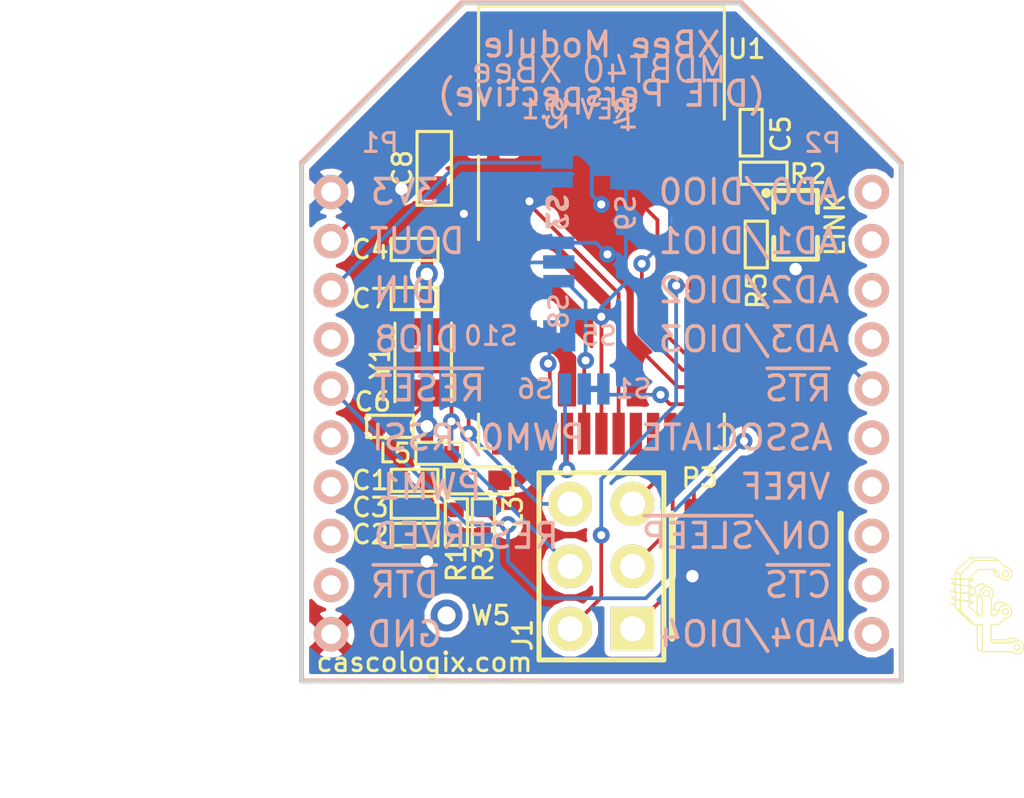
<source format=kicad_pcb>
(kicad_pcb (version 4) (host pcbnew 4.0.4-stable)
  (title_block (title "MDBT40 XBee Module") (date 2016-11-25) (rev 0.1) (company "Casco Logix, LLC"))
  (layers (0 Front signal) (31 Back signal) (34 B.Paste user) (35 F.Paste user) (36 B.SilkS user) (37 F.SilkS user) (38 B.Mask user) (39 F.Mask user) (44 Edge.Cuts user))
  (net 0 "")
  (net 1 GND)
  (net 2 "Net-(P1-Pad6)")
  (net 3 "Net-(P1-Pad8)")
  (net 4 "Net-(P1-Pad4)")
  (net 5 "Net-(P1-Pad7)")
  (net 6 "Net-(P1-Pad9)")
  (net 7 VDD)
  (net 8 "Net-(C5-Pad2)")
  (net 9 "Net-(C6-Pad1)")
  (net 10 "Net-(C7-Pad1)")
  (net 11 "Net-(DS1-PadK)")
  (net 12 P0.05)
  (net 13 P0.04)
  (net 14 SWDCLK)
  (net 15 "Net-(L3-Pad1)")
  (net 16 "Net-(L3-Pad2)")
  (net 17 "Net-(R2-Pad1)")
  (net 18 "Net-(S10-Pad2)")
  (net 19 "Net-(S6-Pad2)")
  (net 20 "Net-(S7-Pad2)")
  (net 21 "Net-(S8-Pad2)")
  (net 22 "Net-(S9-Pad2)")
  (net 23 "Net-(U1-Pad4)")
  (net 24 "Net-(U1-Pad5)")
  (net 25 "Net-(U1-Pad6)")
  (net 26 "Net-(U1-Pad7)")
  (net 27 "Net-(U1-Pad8)")
  (net 28 "Net-(U1-Pad30)")
  (net 29 "Net-(U1-Pad31)")
  (net 30 "Net-(U1-Pad32)")
  (net 31 "Net-(U1-Pad34)")
  (net 32 "Net-(U1-Pad37)")
  (net 33 "Net-(U1-Pad38)")
  (net 34 "Net-(U1-Pad40)")
  (net 35 RXD_HEADER)
  (net 36 RTS_HEADER)
  (net 37 TXD_HEADER)
  (net 38 CTS_HEADER)
  (net 39 /RTS)
  (net 40 /RXD)
  (net 41 /TXD)
  (net 42 /CTS)
  (net 43 VDDA)
  (net 44 SWDIO/RESET)
  (net 45 "Net-(P2-Pad20)")
  (net 46 "Net-(P2-Pad19)")
  (net 47 "Net-(P2-Pad18)")
  (net 48 "Net-(P2-Pad17)")
  (net 49 "Net-(P2-Pad15)")
  (net 50 "Net-(P2-Pad14)")
  (net 51 "Net-(P2-Pad13)")
  (net 52 "Net-(P2-Pad11)")
  (net 53 "Net-(P3-Pad6)")
  (net 54 "Net-(P3-Pad7)")
  (net 55 "Net-(P3-Pad8)")
  (net 56 "Net-(P3-Pad10)")
  (net 57 P0.28)
  (net 58 P0.29)
  (net 59 P0.06)
  (net 60 P0.07)
  (net 61 P0.15)
  (module MDBT40 (layer Front) (at 111.2 86.5)
    (fp_text reference U1 (at 5.908 -7.258) (layer F.SilkS) (effects (font (size 0.762 0.762) (thickness 0.127))))
    (fp_text value MDBT40)
    (pad 1 smd rect (at -5 -4) (size 1.7 0.5) (drill (offset 0.6 0)) (layers Front F.Paste F.Mask) (net 1 GND))
    (pad 2 smd rect (at -5 -3.3) (size 1.7 0.5) (drill (offset 0.6 0)) (layers Front F.Paste F.Mask) (net 1 GND))
    (pad 3 smd rect (at -5 0.9) (size 1.7 0.5) (drill (offset 0.6 0)) (layers Front F.Paste F.Mask) (net 43 VDDA))
    (pad 4 smd rect (at -5 1.6) (size 1.7 0.5) (drill (offset 0.6 0)) (layers Front F.Paste F.Mask) (net 23 "Net-(U1-Pad4)"))
    (pad 5 smd rect (at -5 2.3) (size 1.7 0.5) (drill (offset 0.6 0)) (layers Front F.Paste F.Mask) (net 24 "Net-(U1-Pad5)"))
    (pad 6 smd rect (at -5 3) (size 1.7 0.5) (drill (offset 0.6 0)) (layers Front F.Paste F.Mask) (net 25 "Net-(U1-Pad6)"))
    (pad 7 smd rect (at -5 3.7) (size 1.7 0.5) (drill (offset 0.6 0)) (layers Front F.Paste F.Mask) (net 26 "Net-(U1-Pad7)"))
    (pad 8 smd rect (at -5 4.4) (size 1.7 0.5) (drill (offset 0.6 0)) (layers Front F.Paste F.Mask) (net 27 "Net-(U1-Pad8)"))
    (pad 9 smd rect (at -5 5.1) (size 1.7 0.5) (drill (offset 0.6 0)) (layers Front F.Paste F.Mask) (net 10 "Net-(C7-Pad1)"))
    (pad 10 smd rect (at -5 5.8) (size 1.7 0.5) (drill (offset 0.6 0)) (layers Front F.Paste F.Mask) (net 9 "Net-(C6-Pad1)"))
    (pad 11 smd rect (at -5 6.5) (size 1.7 0.5) (drill (offset 0.6 0)) (layers Front F.Paste F.Mask) (net 57 P0.28))
    (pad 12 smd rect (at -5 7.2) (size 1.7 0.5) (drill (offset 0.6 0)) (layers Front F.Paste F.Mask) (net 58 P0.29))
    (pad 13 smd rect (at -4.2 9 90) (size 1.5 0.5) (drill (offset 0.5 0)) (layers Front F.Paste F.Mask) (net 1 GND))
    (pad 14 smd rect (at -3.5 9 90) (size 1.5 0.5) (drill (offset 0.5 0)) (layers Front F.Paste F.Mask) (net 7 VDD))
    (pad 15 smd rect (at -2.8 9 90) (size 1.7 0.5) (drill (offset 0.6 0)) (layers Front F.Paste F.Mask) (net 16 "Net-(L3-Pad2)"))
    (pad 16 smd rect (at -2.1 9 90) (size 1.7 0.5) (drill (offset 0.6 0)) (layers Front F.Paste F.Mask) (net 18 "Net-(S10-Pad2)"))
    (pad 17 smd rect (at -1.4 9 90) (size 1.7 0.5) (drill (offset 0.6 0)) (layers Front F.Paste F.Mask) (net 19 "Net-(S6-Pad2)"))
    (pad 18 smd rect (at -0.7 9 90) (size 1.7 0.5) (drill (offset 0.6 0)) (layers Front F.Paste F.Mask) (net 21 "Net-(S8-Pad2)"))
    (pad 19 smd rect (at 0 9 90) (size 1.7 0.5) (drill (offset 0.6 0)) (layers Front F.Paste F.Mask) (net 22 "Net-(S9-Pad2)"))
    (pad 20 smd rect (at 0.7 9 90) (size 1.7 0.5) (drill (offset 0.6 0)) (layers Front F.Paste F.Mask) (net 20 "Net-(S7-Pad2)"))
    (pad 21 smd rect (at 1.4 9 90) (size 1.7 0.5) (drill (offset 0.6 0)) (layers Front F.Paste F.Mask) (net 13 P0.04))
    (pad 22 smd rect (at 2.1 9 90) (size 1.7 0.5) (drill (offset 0.6 0)) (layers Front F.Paste F.Mask) (net 12 P0.05))
    (pad 23 smd rect (at 2.8 9 90) (size 1.7 0.5) (drill (offset 0.6 0)) (layers Front F.Paste F.Mask) (net 59 P0.06))
    (pad 24 smd rect (at 3.5 9 90) (size 1.5 0.5) (drill (offset 0.5 0)) (layers Front F.Paste F.Mask) (net 60 P0.07))
    (pad 25 smd rect (at 4.2 9 90) (size 1.5 0.5) (drill (offset 0.5 0)) (layers Front F.Paste F.Mask) (net 1 GND))
    (pad 26 smd rect (at 5 7.2 180) (size 1.7 0.5) (drill (offset 0.6 0)) (layers Front F.Paste F.Mask) (net 39 /RTS))
    (pad 27 smd rect (at 5 6.5 180) (size 1.7 0.5) (drill (offset 0.6 0)) (layers Front F.Paste F.Mask) (net 41 /TXD))
    (pad 28 smd rect (at 5 5.8 180) (size 1.7 0.5) (drill (offset 0.6 0)) (layers Front F.Paste F.Mask) (net 42 /CTS))
    (pad 29 smd rect (at 5 5.1 180) (size 1.7 0.5) (drill (offset 0.6 0)) (layers Front F.Paste F.Mask) (net 40 /RXD))
    (pad 30 smd rect (at 5 4.4 180) (size 1.7 0.5) (drill (offset 0.6 0)) (layers Front F.Paste F.Mask) (net 28 "Net-(U1-Pad30)"))
    (pad 31 smd rect (at 5 3.7 180) (size 1.7 0.5) (drill (offset 0.6 0)) (layers Front F.Paste F.Mask) (net 29 "Net-(U1-Pad31)"))
    (pad 32 smd rect (at 5 3 180) (size 1.7 0.5) (drill (offset 0.6 0)) (layers Front F.Paste F.Mask) (net 30 "Net-(U1-Pad32)"))
    (pad 33 smd rect (at 5 2.3 180) (size 1.7 0.5) (drill (offset 0.6 0)) (layers Front F.Paste F.Mask) (net 61 P0.15))
    (pad 34 smd rect (at 5 1.6 180) (size 1.7 0.5) (drill (offset 0.6 0)) (layers Front F.Paste F.Mask) (net 31 "Net-(U1-Pad34)"))
    (pad 35 smd rect (at 5 0.9 180) (size 1.7 0.5) (drill (offset 0.6 0)) (layers Front F.Paste F.Mask) (net 44 SWDIO/RESET))
    (pad 36 smd rect (at 5 0.2 180) (size 1.7 0.5) (drill (offset 0.6 0)) (layers Front F.Paste F.Mask) (net 14 SWDCLK))
    (pad 37 smd rect (at 5 -0.5 180) (size 1.7 0.5) (drill (offset 0.6 0)) (layers Front F.Paste F.Mask) (net 32 "Net-(U1-Pad37)"))
    (pad 38 smd rect (at 5 -1.2 180) (size 1.7 0.5) (drill (offset 0.6 0)) (layers Front F.Paste F.Mask) (net 33 "Net-(U1-Pad38)"))
    (pad 39 smd rect (at 5 -1.9 180) (size 1.7 0.5) (drill (offset 0.6 0)) (layers Front F.Paste F.Mask) (net 17 "Net-(R2-Pad1)"))
    (pad 40 smd rect (at 5 -2.6 180) (size 1.7 0.5) (drill (offset 0.6 0)) (layers Front F.Paste F.Mask) (net 34 "Net-(U1-Pad40)"))
    (pad 41 smd rect (at 5 -3.3 180) (size 1.7 0.5) (drill (offset 0.6 0)) (layers Front F.Paste F.Mask) (net 8 "Net-(C5-Pad2)"))
    (pad 42 smd rect (at 5 -4 180) (size 1.7 0.5) (drill (offset 0.6 0)) (layers Front F.Paste F.Mask) (net 1 GND))
  )
  (module Active:D0603 (layer Front) (at 119.1 86.4 270)
    (fp_text reference DS1 hide)
    (fp_text value YEL hide)
    (pad K smd rect (at -0.762 0 270) (size 0.635 1.143) (layers Front F.Paste F.Mask) (net 11 "Net-(DS1-PadK)"))
    (pad A smd rect (at 0.762 0 270) (size 0.635 1.143) (layers Front F.Paste F.Mask) (net 7 VDD))
  )
  (module Passive:XTAL_3.2MM_1.5MM_SMT (layer Front) (at 103.9 92 270)
    (fp_text reference Y1 (at 0 1.7 450) (layer F.SilkS) (effects (font (size 0.762 0.762) (thickness 0.127))))
    (fp_text value 32.768k)
    (pad 1 smd rect (at -1.25 0 270) (size 1.1 1.9) (layers Front F.Paste F.Mask) (net 10 "Net-(C7-Pad1)"))
    (pad 2 smd rect (at 1.25 0 270) (size 1.1 1.9) (layers Front F.Paste F.Mask) (net 9 "Net-(C6-Pad1)"))
  )
  (module Passive:SOLDER_LINK_50MIL_50MIL_NO (layer Back) (at 108.703 90.919)
    (fp_text reference S10 (at -2 0) (layer B.SilkS) (effects (font (size 0.762 0.762) (thickness 0.127)) (justify mirror)))
    (fp_text value SOLDER_LINK_NO hide)
    (pad 1 smd rect (at -0.381 0) (size 0.508 1.27) (layers Back B.Mask) (net 7 VDD))
    (pad 2 smd rect (at 0.381 0) (size 0.508 1.27) (layers Back B.Mask) (net 18 "Net-(S10-Pad2)"))
  )
  (module Passive:SOLDER_LINK_50MIL_50MIL_NO (layer Back) (at 112.1925 84.3115 270)
    (fp_text reference S9 (at 1.6 0 270) (layer B.SilkS) (effects (font (size 0.762 0.762) (thickness 0.127)) (justify mirror)))
    (fp_text value SOLDER_LINK_NO hide)
    (pad 1 smd rect (at -0.381 0 270) (size 0.508 1.27) (layers Back B.Mask) (net 38 CTS_HEADER))
    (pad 2 smd rect (at 0.381 0 270) (size 0.508 1.27) (layers Back B.Mask) (net 22 "Net-(S9-Pad2)"))
  )
  (module Passive:SOLDER_LINK_50MIL_50MIL_NO (layer Back) (at 109.467 88.312 270)
    (fp_text reference S8 (at 1.6 0 270) (layer B.SilkS) (effects (font (size 0.762 0.762) (thickness 0.127)) (justify mirror)))
    (fp_text value SOLDER_LINK_NO hide)
    (pad 1 smd rect (at -0.381 0 270) (size 0.508 1.27) (layers Back B.Mask) (net 37 TXD_HEADER))
    (pad 2 smd rect (at 0.381 0 270) (size 0.508 1.27) (layers Back B.Mask) (net 21 "Net-(S8-Pad2)"))
  )
  (module Passive:SOLDER_LINK_50MIL_50MIL_NO (layer Back) (at 109.399 84.248 270)
    (fp_text reference S7 (at 1.6 0 270) (layer B.SilkS) (effects (font (size 0.762 0.762) (thickness 0.127)) (justify mirror)))
    (fp_text value SOLDER_LINK_NO hide)
    (pad 1 smd rect (at -0.381 0 270) (size 0.508 1.27) (layers Back B.Mask) (net 35 RXD_HEADER))
    (pad 2 smd rect (at 0.381 0 270) (size 0.508 1.27) (layers Back B.Mask) (net 20 "Net-(S7-Pad2)"))
  )
  (module Passive:SOLDER_LINK_50MIL_50MIL_NO (layer Back) (at 110.1 93.079 180)
    (fp_text reference S6 (at 1.6 0 180) (layer B.SilkS) (effects (font (size 0.762 0.762) (thickness 0.127)) (justify mirror)))
    (fp_text value SOLDER_LINK_NO hide)
    (pad 1 smd rect (at -0.381 0 180) (size 0.508 1.27) (layers Back B.Mask) (net 36 RTS_HEADER))
    (pad 2 smd rect (at 0.381 0 180) (size 0.508 1.27) (layers Back B.Mask) (net 19 "Net-(S6-Pad2)"))
  )
  (module Passive:SOLDER_LINK_50MIL_50MIL_NC (layer Back) (at 109.503 90.919 180)
    (fp_text reference S5 (at -1.6 0 180) (layer B.SilkS) (effects (font (size 0.762 0.762) (thickness 0.127)) (justify mirror)))
    (fp_text value SOLDER_LINK_NC hide)
    (fp_line (start -0.254 0) (end 0.254 0) (layer Back) (width 0.254))
    (pad 1 smd rect (at -0.381 0 180) (size 0.508 1.27) (layers Back B.Mask) (net 1 GND))
    (pad 2 smd rect (at 0.381 0 180) (size 0.508 1.27) (layers Back B.Mask) (net 18 "Net-(S10-Pad2)"))
  )
  (module Passive:SOLDER_LINK_50MIL_50MIL_NC (layer Back) (at 112.1925 83.5115 90)
    (fp_text reference S4 (at 1.6 0 90) (layer B.SilkS) (effects (font (size 0.762 0.762) (thickness 0.127)) (justify mirror)))
    (fp_text value SOLDER_LINK_NC hide)
    (fp_line (start -0.254 0) (end 0.254 0) (layer Back) (width 0.254))
    (pad 1 smd rect (at -0.381 0 90) (size 0.508 1.27) (layers Back B.Mask) (net 38 CTS_HEADER))
    (pad 2 smd rect (at 0.381 0 90) (size 0.508 1.27) (layers Back B.Mask) (net 42 /CTS))
  )
  (module Passive:SOLDER_LINK_50MIL_50MIL_NC (layer Back) (at 109.467 87.512 90)
    (fp_text reference S3 (at 1.6 0 90) (layer B.SilkS) (effects (font (size 0.762 0.762) (thickness 0.127)) (justify mirror)))
    (fp_text value SOLDER_LINK_NC hide)
    (fp_line (start -0.254 0) (end 0.254 0) (layer Back) (width 0.254))
    (pad 1 smd rect (at -0.381 0 90) (size 0.508 1.27) (layers Back B.Mask) (net 37 TXD_HEADER))
    (pad 2 smd rect (at 0.381 0 90) (size 0.508 1.27) (layers Back B.Mask) (net 41 /TXD))
  )
  (module Passive:SOLDER_LINK_50MIL_50MIL_NC (layer Back) (at 109.399 83.448 90)
    (fp_text reference S2 (at 1.6 0 90) (layer B.SilkS) (effects (font (size 0.762 0.762) (thickness 0.127)) (justify mirror)))
    (fp_text value SOLDER_LINK_NC hide)
    (fp_line (start -0.254 0) (end 0.254 0) (layer Back) (width 0.254))
    (pad 1 smd rect (at -0.381 0 90) (size 0.508 1.27) (layers Back B.Mask) (net 35 RXD_HEADER))
    (pad 2 smd rect (at 0.381 0 90) (size 0.508 1.27) (layers Back B.Mask) (net 40 /RXD))
  )
  (module Passive:SOLDER_LINK_50MIL_50MIL_NC (layer Back) (at 110.9 93.079)
    (fp_text reference S1 (at 1.6 0) (layer B.SilkS) (effects (font (size 0.762 0.762) (thickness 0.127)) (justify mirror)))
    (fp_text value SOLDER_LINK_NC hide)
    (fp_line (start -0.254 0) (end 0.254 0) (layer Back) (width 0.254))
    (pad 1 smd rect (at -0.381 0) (size 0.508 1.27) (layers Back B.Mask) (net 36 RTS_HEADER))
    (pad 2 smd rect (at 0.381 0) (size 0.508 1.27) (layers Back B.Mask) (net 39 /RTS))
  )
  (module Header:HEADER_XBEE_P11_P20_ALT3 (layer Back) (at 122.2 93.062 180)
    (fp_text reference P2 (at 2 10 180) (layer B.SilkS) (effects (font (size 0.762 0.762) (thickness 0.127)) (justify mirror)))
    (fp_text value HEADER_M_XBEE_P11-P20_PTH_DTE hide)
    (fp_text user AD0/DIO0 (at 5 8 180) (layer B.SilkS) (effects (justify mirror)))
    (fp_text user AD1/DIO1 (at 5 6 180) (layer B.SilkS) (effects (justify mirror)))
    (fp_text user AD2/DIO2 (at 5 4 180) (layer B.SilkS) (effects (justify mirror)))
    (fp_text user AD3/DIO3 (at 5 2 180) (layer B.SilkS) (effects (justify mirror)))
    (fp_text user ~RTS (at 3 0 180) (layer B.SilkS) (effects (justify mirror)))
    (fp_text user ASSOCIATE (at 5.5 -2 180) (layer B.SilkS) (effects (justify mirror)))
    (fp_text user VREF (at 3.5 -4 180) (layer B.SilkS) (effects (justify mirror)))
    (fp_text user ON/~SLEEP (at 5.5 -6 180) (layer B.SilkS) (effects (justify mirror)))
    (fp_text user ~CTS (at 3 -8 180) (layer B.SilkS) (effects (justify mirror)))
    (fp_text user AD4/DIO4 (at 5 -10 180) (layer B.SilkS) (effects (justify mirror)))
    (pad 20 thru_hole circle (at 0 8) (size 1.4 1.4) (drill 0.8) (layers *.Cu *.Mask B.SilkS) (net 45 "Net-(P2-Pad20)"))
    (pad 19 thru_hole circle (at 0 6) (size 1.4 1.4) (drill 0.8) (layers *.Cu *.Mask B.SilkS) (net 46 "Net-(P2-Pad19)"))
    (pad 18 thru_hole circle (at 0 4) (size 1.4 1.4) (drill 0.8) (layers *.Cu *.Mask B.SilkS) (net 47 "Net-(P2-Pad18)"))
    (pad 17 thru_hole circle (at 0 2) (size 1.4 1.4) (drill 0.8) (layers *.Cu *.Mask B.SilkS) (net 48 "Net-(P2-Pad17)"))
    (pad 16 thru_hole circle (at 0 0) (size 1.4 1.4) (drill 0.8) (layers *.Cu *.Mask B.SilkS) (net 38 CTS_HEADER))
    (pad 15 thru_hole circle (at 0 -2) (size 1.4 1.4) (drill 0.8) (layers *.Cu *.Mask B.SilkS) (net 49 "Net-(P2-Pad15)"))
    (pad 14 thru_hole circle (at 0 -4) (size 1.4 1.4) (drill 0.8) (layers *.Cu *.Mask B.SilkS) (net 50 "Net-(P2-Pad14)"))
    (pad 13 thru_hole circle (at 0 -6) (size 1.4 1.4) (drill 0.8) (layers *.Cu *.Mask B.SilkS) (net 51 "Net-(P2-Pad13)"))
    (pad 12 thru_hole circle (at 0 -8) (size 1.4 1.4) (drill 0.8) (layers *.Cu *.Mask B.SilkS) (net 36 RTS_HEADER))
    (pad 11 thru_hole circle (at 0 -10) (size 1.4 1.4) (drill 0.8) (layers *.Cu *.Mask B.SilkS) (net 52 "Net-(P2-Pad11)"))
  )
  (module Header:HEADER_M_1.27MM_2R10P_ST_AU_SMT (layer Front) (at 117.5 100.7)
    (fp_text reference P3 (at -2.3 -4 180) (layer F.SilkS) (effects (font (size 0.762 0.762) (thickness 0.127))))
    (fp_text value JTAG hide)
    (pad 1 smd rect (at -2.54 1.95) (size 0.76 2.4) (layers Front F.Paste F.Mask) (net 7 VDD))
    (pad 2 smd rect (at -2.54 -1.95) (size 0.76 2.4) (layers Front F.Paste F.Mask) (net 44 SWDIO/RESET))
    (pad 3 smd rect (at -1.27 1.95) (size 0.76 2.4) (layers Front F.Paste F.Mask) (net 1 GND))
    (pad 4 smd rect (at -1.27 -1.95) (size 0.76 2.4) (layers Front F.Paste F.Mask) (net 14 SWDCLK))
    (pad 5 smd rect (at 0 1.95) (size 0.76 2.4) (layers Front F.Paste F.Mask) (net 1 GND))
    (pad 6 smd rect (at 0 -1.95) (size 0.76 2.4) (layers Front F.Paste F.Mask) (net 53 "Net-(P3-Pad6)"))
    (pad 7 smd rect (at 1.27 1.95) (size 0.76 2.4) (layers Front F.Paste F.Mask) (net 54 "Net-(P3-Pad7)"))
    (pad 8 smd rect (at 1.27 -1.95) (size 0.76 2.4) (layers Front F.Paste F.Mask) (net 55 "Net-(P3-Pad8)"))
    (pad 9 smd rect (at 2.54 1.95) (size 0.76 2.4) (layers Front F.Paste F.Mask) (net 1 GND))
    (pad 10 smd rect (at 2.54 -1.95) (size 0.76 2.4) (layers Front F.Paste F.Mask) (net 56 "Net-(P3-Pad10)"))
  )
  (module Passive:R0402 (layer Front) (at 106.4 98.5 90)
    (fp_text reference R3 (at -1.7 0 270) (layer F.SilkS) (effects (font (size 0.762 0.762) (thickness 0.127))))
    (fp_text value 12k hide)
    (pad 1 smd rect (at -0.5 0 90) (size 0.6 0.6) (layers Front F.Paste F.Mask) (net 7 VDD))
    (pad 2 smd rect (at 0.5 0 90) (size 0.6 0.6) (layers Front F.Paste F.Mask) (net 44 SWDIO/RESET))
  )
  (module Header:HEADER_XBEE_P1_P10_ALT3 (layer Back) (at 111.2 93.062 180)
    (fp_text reference P1 (at 9 10 180) (layer B.SilkS) (effects (font (size 0.762 0.762) (thickness 0.127)) (justify mirror)))
    (fp_text value "XBEE MODULE PINS" hide)
    (fp_text user "(DTE Perspective)" (at 0 12 180) (layer B.SilkS) (effects (justify mirror)))
    (fp_text user 3V3 (at 8 8 180) (layer B.SilkS) (effects (justify mirror)))
    (fp_text user "XBee Module" (at 0 14 180) (layer B.SilkS) (effects (justify mirror)))
    (fp_text user DOUT (at 7.5 6 180) (layer B.SilkS) (effects (justify mirror)))
    (fp_text user DIN (at 8 4 180) (layer B.SilkS) (effects (justify mirror)))
    (fp_text user DIO8 (at 7.5 2 180) (layer B.SilkS) (effects (justify mirror)))
    (fp_text user ~RESET (at 7 0 180) (layer B.SilkS) (effects (justify mirror)))
    (fp_text user PWM0/RSSI (at 5 -2 180) (layer B.SilkS) (effects (justify mirror)))
    (fp_text user PWM1 (at 7 -4 180) (layer B.SilkS) (effects (justify mirror)))
    (fp_text user RESERVED (at 5.5 -6 180) (layer B.SilkS) (effects (justify mirror)))
    (fp_text user ~DTR (at 8 -8 180) (layer B.SilkS) (effects (justify mirror)))
    (fp_text user GND (at 8 -10 180) (layer B.SilkS) (effects (justify mirror)))
    (pad 10 thru_hole circle (at 11 -10) (size 1.4 1.4) (drill 0.8) (layers *.Cu *.Mask B.SilkS) (net 1 GND))
    (pad 9 thru_hole circle (at 11 -8) (size 1.4 1.4) (drill 0.8) (layers *.Cu *.Mask B.SilkS) (net 6 "Net-(P1-Pad9)"))
    (pad 8 thru_hole circle (at 11 -6) (size 1.4 1.4) (drill 0.8) (layers *.Cu *.Mask B.SilkS) (net 3 "Net-(P1-Pad8)"))
    (pad 7 thru_hole circle (at 11 -4) (size 1.4 1.4) (drill 0.8) (layers *.Cu *.Mask B.SilkS) (net 5 "Net-(P1-Pad7)"))
    (pad 6 thru_hole circle (at 11 -2) (size 1.4 1.4) (drill 0.8) (layers *.Cu *.Mask B.SilkS) (net 2 "Net-(P1-Pad6)"))
    (pad 5 thru_hole circle (at 11 0) (size 1.4 1.4) (drill 0.8) (layers *.Cu *.Mask B.SilkS) (net 44 SWDIO/RESET))
    (pad 4 thru_hole circle (at 11 2) (size 1.4 1.4) (drill 0.8) (layers *.Cu *.Mask B.SilkS) (net 4 "Net-(P1-Pad4)"))
    (pad 3 thru_hole circle (at 11 4) (size 1.4 1.4) (drill 0.8) (layers *.Cu *.Mask B.SilkS) (net 35 RXD_HEADER))
    (pad 2 thru_hole circle (at 11 6) (size 1.4 1.4) (drill 0.8) (layers *.Cu *.Mask B.SilkS) (net 37 TXD_HEADER))
    (pad 1 thru_hole circle (at 11 8) (size 1.4 1.4) (drill 0.8) (layers *.Cu *.Mask B.SilkS) (net 7 VDD))
  )
  (module Wire_to_Board:WIRE_PAD_24AWG (layer Front) (at 104.9 102.3)
    (fp_text reference W5 (at 1.8 0) (layer F.SilkS) (effects (font (size 0.762 0.762) (thickness 0.127))))
    (fp_text value WIRE_PAD_24AWG hide)
    (pad 1 thru_hole circle (at 0 0) (size 1.2954 1.2954) (drill 0.7366) (layers *.Cu *.Mask) (net 13 P0.04))
  )
  (module Header:HEADER_F_100MIL_2R6P_ST_GOLD_PTH (layer Front) (at 111.2 100.3 90)
    (fp_text reference J1 (at -2.8 -3.2 90) (layer F.SilkS) (effects (font (size 0.762 0.762) (thickness 0.127))))
    (fp_text value "TEST POINTS" hide)
    (pad 1 thru_hole rect (at -2.54 1.27 90) (size 1.778 1.778) (drill 1.016) (layers *.Cu *.Mask F.SilkS) (net 60 P0.07))
    (pad 2 thru_hole circle (at -2.54 -1.27 90) (size 1.778 1.778) (drill 1.016) (layers *.Cu *.Mask F.SilkS) (net 61 P0.15))
    (pad 3 thru_hole circle (at 0 1.27 90) (size 1.778 1.778) (drill 1.016) (layers *.Cu *.Mask F.SilkS) (net 59 P0.06))
    (pad 4 thru_hole circle (at 0 -1.27 90) (size 1.778 1.778) (drill 1.016) (layers *.Cu *.Mask F.SilkS) (net 57 P0.28))
    (pad 5 thru_hole circle (at 2.54 1.27 90) (size 1.778 1.778) (drill 1.016) (layers *.Cu *.Mask F.SilkS) (net 12 P0.05))
    (pad 6 thru_hole circle (at 2.54 -1.27 90) (size 1.778 1.778) (drill 1.016) (layers *.Cu *.Mask F.SilkS) (net 58 P0.29))
  )
  (module Passive:C0402 (layer Front) (at 103.6 96.8 180)
    (fp_text reference C1 (at 1.8 0 180) (layer F.SilkS) (effects (font (size 0.762 0.762) (thickness 0.127))))
    (fp_text value 1uF hide)
    (pad 1 smd rect (at -0.5 0 180) (size 0.6 0.6) (layers Front F.Paste F.Mask) (net 43 VDDA))
    (pad 2 smd rect (at 0.5 0 180) (size 0.6 0.6) (layers Front F.Paste F.Mask) (net 1 GND))
  )
  (module Passive:C0402 (layer Front) (at 103.6 99 180)
    (fp_text reference C2 (at 1.8 0 180) (layer F.SilkS) (effects (font (size 0.762 0.762) (thickness 0.127))))
    (fp_text value 1uF hide)
    (pad 1 smd rect (at -0.5 0 180) (size 0.6 0.6) (layers Front F.Paste F.Mask) (net 7 VDD))
    (pad 2 smd rect (at 0.5 0 180) (size 0.6 0.6) (layers Front F.Paste F.Mask) (net 1 GND))
  )
  (module Passive:C0402 (layer Front) (at 103.6 97.9 180)
    (fp_text reference C3 (at 1.8 0 180) (layer F.SilkS) (effects (font (size 0.762 0.762) (thickness 0.127))))
    (fp_text value 100pF hide)
    (pad 1 smd rect (at -0.5 0 180) (size 0.6 0.6) (layers Front F.Paste F.Mask) (net 43 VDDA))
    (pad 2 smd rect (at 0.5 0 180) (size 0.6 0.6) (layers Front F.Paste F.Mask) (net 1 GND))
  )
  (module Passive:C0402 (layer Front) (at 103.6 87.4)
    (fp_text reference C4 (at -1.8 0) (layer F.SilkS) (effects (font (size 0.762 0.762) (thickness 0.127))))
    (fp_text value 0.1uF hide)
    (pad 1 smd rect (at -0.5 0) (size 0.6 0.6) (layers Front F.Paste F.Mask) (net 1 GND))
    (pad 2 smd rect (at 0.5 0) (size 0.6 0.6) (layers Front F.Paste F.Mask) (net 43 VDDA))
  )
  (module Passive:C0402 (layer Front) (at 117.288 82.648 270)
    (fp_text reference C5 (at 0.052 -1.212 270) (layer F.SilkS) (effects (font (size 0.762 0.762) (thickness 0.127))))
    (fp_text value 47nF hide)
    (pad 1 smd rect (at -0.5 0 270) (size 0.6 0.6) (layers Front F.Paste F.Mask) (net 1 GND))
    (pad 2 smd rect (at 0.5 0 270) (size 0.6 0.6) (layers Front F.Paste F.Mask) (net 8 "Net-(C5-Pad2)"))
  )
  (module Passive:C0402 (layer Front) (at 102.6 94.6 180)
    (fp_text reference C6 (at 0.7 1 180) (layer F.SilkS) (effects (font (size 0.762 0.762) (thickness 0.127))))
    (fp_text value 15pF hide)
    (pad 1 smd rect (at -0.5 0 180) (size 0.6 0.6) (layers Front F.Paste F.Mask) (net 9 "Net-(C6-Pad1)"))
    (pad 2 smd rect (at 0.5 0 180) (size 0.6 0.6) (layers Front F.Paste F.Mask) (net 1 GND))
  )
  (module Passive:C0402 (layer Front) (at 103.6 89.4 180)
    (fp_text reference C7 (at 1.8 0 180) (layer F.SilkS) (effects (font (size 0.762 0.762) (thickness 0.127))))
    (fp_text value 15pF hide)
    (pad 1 smd rect (at -0.5 0 180) (size 0.6 0.6) (layers Front F.Paste F.Mask) (net 10 "Net-(C7-Pad1)"))
    (pad 2 smd rect (at 0.5 0 180) (size 0.6 0.6) (layers Front F.Paste F.Mask) (net 1 GND))
  )
  (module Passive:C0603 (layer Front) (at 104.4 84.1 90)
    (fp_text reference C8 (at 0 -1.3 90) (layer F.SilkS) (effects (font (size 0.762 0.762) (thickness 0.127))))
    (fp_text value 22uF)
    (pad 1 smd rect (at -0.8 0 90) (size 0.95 1) (layers Front F.Paste F.Mask) (net 7 VDD))
    (pad 2 smd rect (at 0.8 0 90) (size 0.95 1) (layers Front F.Paste F.Mask) (net 1 GND))
  )
  (module Passive:L0603 (layer Front) (at 106.2 96.8)
    (fp_text reference L3 (at 1.4 1.3 90) (layer F.SilkS) (effects (font (size 0.762 0.762) (thickness 0.127))))
    (fp_text value 10uH hide)
    (pad 1 smd rect (at -0.825 0) (size 0.85 0.8) (layers Front F.Paste F.Mask) (net 15 "Net-(L3-Pad1)"))
    (pad 2 smd rect (at 0.825 0) (size 0.85 0.8) (layers Front F.Paste F.Mask) (net 16 "Net-(L3-Pad2)"))
  )
  (module Passive:L0402 (layer Front) (at 104.6 95.7)
    (fp_text reference L5 (at -1.8 0) (layer F.SilkS) (effects (font (size 0.762 0.762) (thickness 0.127))))
    (fp_text value 15nH hide)
    (pad 1 smd rect (at -0.5 0) (size 0.6 0.6) (layers Front F.Paste F.Mask) (net 43 VDDA))
    (pad 2 smd rect (at 0.5 0) (size 0.6 0.6) (layers Front F.Paste F.Mask) (net 15 "Net-(L3-Pad1)"))
  )
  (module Passive:R0402 (layer Front) (at 105.3 98.5 90)
    (fp_text reference R1 (at -1.7 0 90) (layer F.SilkS) (effects (font (size 0.762 0.762) (thickness 0.127))))
    (fp_text value 0 hide)
    (pad 1 smd rect (at -0.5 0 90) (size 0.6 0.6) (layers Front F.Paste F.Mask) (net 7 VDD))
    (pad 2 smd rect (at 0.5 0 90) (size 0.6 0.6) (layers Front F.Paste F.Mask) (net 43 VDDA))
  )
  (module Passive:R0402 (layer Front) (at 117.8 84.3)
    (fp_text reference R2 (at 1.804 0.028) (layer F.SilkS) (effects (font (size 0.762 0.762) (thickness 0.127))))
    (fp_text value 4.7k hide)
    (pad 1 smd rect (at -0.5 0) (size 0.6 0.6) (layers Front F.Paste F.Mask) (net 17 "Net-(R2-Pad1)"))
    (pad 2 smd rect (at 0.5 0) (size 0.6 0.6) (layers Front F.Paste F.Mask) (net 11 "Net-(DS1-PadK)"))
  )
  (module Passive:R0402 (layer Front) (at 117.5 87.2 270)
    (fp_text reference R5 (at 1.88 -0.012 270) (layer F.SilkS) (effects (font (size 0.762 0.762) (thickness 0.127))))
    (fp_text value 12k hide)
    (pad 1 smd rect (at -0.5 0 270) (size 0.6 0.6) (layers Front F.Paste F.Mask) (net 14 SWDCLK))
    (pad 2 smd rect (at 0.5 0 270) (size 0.6 0.6) (layers Front F.Paste F.Mask) (net 1 GND))
  )
  (module Logo:Casco_Logix_Logo_4x4MM (layer Front) (at 126.9 101.9)
    (fp_text reference G*** hide)
    (fp_text value LOGO hide)
  )
  (gr_text cascologix.com (at 104 104.2) (layer F.SilkS) (effects (font (size 0.762 0.762) (thickness 0.127))))
  (gr_text "REV 0.1" (at 110.2 81.7) (layer B.SilkS) (effects (font (size 0.762 0.762) (thickness 0.127)) (justify mirror)))
  (gr_text LINK (at 120.7 86.4 90) (layer F.SilkS) (effects (font (size 0.762 0.762) (thickness 0.127))))
  (gr_text "MDBT40 XBee" (at 111.1 80.1) (layer B.SilkS) (effects (font (size 1.016 1.016) (thickness 0.127)) (justify mirror)))
  (gr_line (start 116.8 77.4) (end 105.6 77.4) (angle 90) (layer Edge.Cuts) (width 0.127))
  (gr_line (start 123.4 84) (end 116.8 77.4) (angle 90) (layer Edge.Cuts) (width 0.127))
  (gr_line (start 99 84) (end 105.6 77.4) (angle 90) (layer Edge.Cuts) (width 0.127))
  (gr_line (start 99 105) (end 99 84) (angle 90) (layer Edge.Cuts) (width 0.127))
  (gr_line (start 123.4 105) (end 123.4 84) (angle 90) (layer Edge.Cuts) (width 0.127))
  (gr_line (start 99 105) (end 123.4 105) (angle 90) (layer Edge.Cuts) (width 0.127))
  (segment (start 116.2 82.5) (end 116.552 82.148) (width 0.254) (layer Front) (net 1))
  (segment (start 116.552 82.148) (end 117.288 82.148) (width 0.254) (layer Front) (net 1))
  (segment (start 104.4 84.9) (end 103.098 84.9) (width 0.508) (layer Front) (net 7))
  (via (at 103.064 84.934) (size 0.889) (drill 0.508) (layers Front Back) (net 7))
  (segment (start 103.098 84.9) (end 103.064 84.934) (width 0.508) (layer Front) (net 7))
  (segment (start 119.1 87.162) (end 119.1 88.2) (width 0.2032) (layer Front) (net 7))
  (via (at 119.1 88.2) (size 0.889) (drill 0.508) (layers Front Back) (net 7))
  (segment (start 104.1 99) (end 104.1 100.1) (width 0.508) (layer Front) (net 7))
  (via (at 104.1 100.1) (size 0.889) (drill 0.508) (layers Front Back) (net 7))
  (segment (start 114.96 102.65) (end 114.9 102.59) (width 0.508) (layer Front) (net 7))
  (segment (start 114.9 102.59) (end 114.9 100.7) (width 0.508) (layer Front) (net 7))
  (via (at 114.9 100.7) (size 0.889) (drill 0.508) (layers Front Back) (net 7))
  (segment (start 106.4 99) (end 105.3 99) (width 0.508) (layer Front) (net 7))
  (segment (start 105.3 99) (end 104.1 99) (width 0.508) (layer Front) (net 7))
  (segment (start 117.288 83.148) (end 116.252 83.148) (width 0.254) (layer Front) (net 8))
  (segment (start 116.252 83.148) (end 116.2 83.2) (width 0.254) (layer Front) (net 8))
  (segment (start 103.1 94.6) (end 103.9 93.8) (width 0.1524) (layer Front) (net 9))
  (segment (start 103.9 93.8) (end 103.9 93.25) (width 0.1524) (layer Front) (net 9))
  (segment (start 103.9 93.25) (end 104.1 93.45) (width 0.1524) (layer Front) (net 9))
  (segment (start 106.2 92.3) (end 105.8 92.3) (width 0.1524) (layer Front) (net 9))
  (segment (start 104.9 93.2) (end 103.95 93.2) (width 0.1524) (layer Front) (net 9))
  (segment (start 105.8 92.3) (end 104.9 93.2) (width 0.1524) (layer Front) (net 9))
  (segment (start 103.95 93.2) (end 103.9 93.25) (width 0.1524) (layer Front) (net 9))
  (segment (start 106.2 91.6) (end 105.8 91.6) (width 0.1524) (layer Front) (net 10))
  (segment (start 104.95 90.75) (end 103.9 90.75) (width 0.1524) (layer Front) (net 10))
  (segment (start 105.8 91.6) (end 104.95 90.75) (width 0.1524) (layer Front) (net 10))
  (segment (start 104.1 89.4) (end 104.1 90.55) (width 0.1524) (layer Front) (net 10))
  (segment (start 104.1 90.55) (end 103.9 90.75) (width 0.1524) (layer Front) (net 10))
  (segment (start 118.3 84.3) (end 119.1 85.1) (width 0.1524) (layer Front) (net 11))
  (segment (start 119.1 85.1) (end 119.1 85.638) (width 0.1524) (layer Front) (net 11))
  (segment (start 113.3 95.5) (end 113.3 96.93) (width 0.1524) (layer Front) (net 12))
  (segment (start 113.3 96.93) (end 112.47 97.76) (width 0.1524) (layer Front) (net 12))
  (segment (start 117.5 86.7) (end 116.2 86.7) (width 0.1524) (layer Front) (net 14))
  (segment (start 105.1 95.7) (end 105.1 96.525) (width 0.508) (layer Front) (net 15))
  (segment (start 105.1 96.525) (end 105.375 96.8) (width 0.508) (layer Front) (net 15))
  (segment (start 105.2 96.8) (end 105.375 96.8) (width 0.1524) (layer Front) (net 15))
  (segment (start 108.4 95.5) (end 108.4 96.2) (width 0.254) (layer Front) (net 16))
  (segment (start 107.8 96.8) (end 108.4 96.2) (width 0.508) (layer Front) (net 16))
  (segment (start 107.8 96.8) (end 107.025 96.8) (width 0.508) (layer Front) (net 16))
  (segment (start 116.2 84.6) (end 117 84.6) (width 0.1524) (layer Front) (net 17))
  (segment (start 117 84.6) (end 117.3 84.3) (width 0.1524) (layer Front) (net 17))
  (segment (start 109.1 92.367) (end 109.1 92.113) (width 0.1524) (layer Front) (net 18))
  (segment (start 109.1 95.5) (end 109.1 92.367) (width 0.1524) (layer Front) (net 18))
  (segment (start 109.084 91.995) (end 109.084 90.919) (width 0.1524) (layer Back) (net 18))
  (segment (start 109.033 92.046) (end 109.084 91.995) (width 0.1524) (layer Back) (net 18))
  (via (at 109.033 92.046) (size 0.6858) (drill 0.3302) (layers Front Back) (net 18))
  (segment (start 109.1 92.113) (end 109.033 92.046) (width 0.1524) (layer Front) (net 18))
  (segment (start 109.719 93.079) (end 109.719 96.288) (width 0.1524) (layer Back) (net 19))
  (segment (start 109.8 96.359) (end 109.8 95.5) (width 0.1524) (layer Front) (net 19))
  (segment (start 109.795 96.364) (end 109.8 96.359) (width 0.1524) (layer Front) (net 19))
  (via (at 109.795 96.364) (size 0.6858) (drill 0.3302) (layers Front Back) (net 19))
  (segment (start 109.719 96.288) (end 109.795 96.364) (width 0.1524) (layer Back) (net 19))
  (segment (start 109.399 84.629) (end 109.084 84.629) (width 0.1524) (layer Back) (net 20))
  (segment (start 109.084 84.629) (end 108.271 85.442) (width 0.1524) (layer Back) (net 20))
  (via (at 108.271 85.442) (size 0.6858) (drill 0.3302) (layers Front Back) (net 20))
  (segment (start 108.271 85.442) (end 108.271 85.569) (width 0.1524) (layer Front) (net 20))
  (segment (start 108.271 85.569) (end 108.906 86.204) (width 0.1524) (layer Front) (net 20))
  (segment (start 108.906 86.204) (end 111.9 89.198) (width 0.1524) (layer Front) (net 20))
  (segment (start 111.9 89.198) (end 111.9 95.5) (width 0.1524) (layer Front) (net 20))
  (segment (start 109.467 88.693) (end 109.744 88.693) (width 0.1524) (layer Back) (net 21))
  (segment (start 109.744 88.693) (end 110.557 89.506) (width 0.1524) (layer Back) (net 21))
  (segment (start 110.557 89.506) (end 110.557 91.919) (width 0.1524) (layer Back) (net 21))
  (via (at 110.557 91.919) (size 0.6858) (drill 0.3302) (layers Front Back) (net 21))
  (segment (start 110.557 91.919) (end 110.5 91.919) (width 0.1524) (layer Front) (net 21))
  (segment (start 110.5 91.919) (end 110.557 91.919) (width 0.1524) (layer Front) (net 21))
  (segment (start 110.557 91.919) (end 110.5 91.919) (width 0.1524) (layer Front) (net 21))
  (segment (start 110.5 91.919) (end 110.5 95.5) (width 0.1524) (layer Front) (net 21))
  (segment (start 112.1925 84.6925) (end 112.1925 88.7595) (width 0.1524) (layer Back) (net 22))
  (segment (start 111.192 90.141) (end 111.2 90.149) (width 0.1524) (layer Front) (net 22))
  (via (at 111.192 90.141) (size 0.6858) (drill 0.3302) (layers Front Back) (net 22))
  (segment (start 111.192 89.76) (end 111.192 90.141) (width 0.1524) (layer Back) (net 22))
  (segment (start 112.1925 88.7595) (end 111.192 89.76) (width 0.1524) (layer Back) (net 22))
  (segment (start 111.2 90.149) (end 111.2 95.5) (width 0.1524) (layer Front) (net 22))
  (segment (start 105.344 83.918) (end 105.395 83.867) (width 0.1524) (layer Back) (net 35))
  (segment (start 100.2 89.062) (end 105.344 83.918) (width 0.1524) (layer Back) (net 35))
  (segment (start 105.395 83.867) (end 109.399 83.867) (width 0.1524) (layer Back) (net 35))
  (segment (start 109.467 87.931) (end 107.585 87.931) (width 0.1524) (layer Back) (net 37))
  (segment (start 101.312 85.95) (end 100.2 87.062) (width 0.1524) (layer Front) (net 37))
  (segment (start 105.604 85.95) (end 101.312 85.95) (width 0.1524) (layer Front) (net 37))
  (via (at 105.604 85.95) (size 0.6858) (drill 0.3302) (layers Front Back) (net 37))
  (segment (start 107.585 87.931) (end 105.604 85.95) (width 0.1524) (layer Back) (net 37))
  (segment (start 112.1925 83.9305) (end 111.508556 83.9305) (width 0.1524) (layer Back) (net 38))
  (segment (start 117.669 88.531) (end 122.2 93.062) (width 0.1524) (layer Back) (net 38))
  (segment (start 117.669 86.331) (end 117.669 88.531) (width 0.1524) (layer Back) (net 38))
  (segment (start 113.097 81.759) (end 117.669 86.331) (width 0.1524) (layer Back) (net 38))
  (segment (start 111.827 81.759) (end 113.097 81.759) (width 0.1524) (layer Back) (net 38))
  (segment (start 110.938 82.648) (end 111.827 81.759) (width 0.1524) (layer Back) (net 38))
  (segment (start 110.938 83.359944) (end 110.938 82.648) (width 0.1524) (layer Back) (net 38))
  (segment (start 111.508556 83.9305) (end 110.938 83.359944) (width 0.1524) (layer Back) (net 38))
  (segment (start 112.1925 83.9305) (end 111.635556 83.9305) (width 0.1524) (layer Back) (net 38))
  (segment (start 111.281 93.079) (end 111.518 93.316) (width 0.1524) (layer Back) (net 39))
  (segment (start 111.518 93.316) (end 113.605 93.316) (width 0.1524) (layer Back) (net 39))
  (via (at 113.605 93.316) (size 0.6858) (drill 0.3302) (layers Front Back) (net 39))
  (segment (start 113.605 93.316) (end 113.989 93.7) (width 0.1524) (layer Front) (net 39))
  (segment (start 113.989 93.7) (end 116.2 93.7) (width 0.1524) (layer Front) (net 39))
  (segment (start 109.399 83.067) (end 109.488 83.156) (width 0.1524) (layer Back) (net 40))
  (segment (start 109.488 83.156) (end 110.176 83.156) (width 0.1524) (layer Back) (net 40))
  (segment (start 110.176 83.156) (end 110.811 83.791) (width 0.1524) (layer Back) (net 40))
  (segment (start 110.811 83.791) (end 110.811 85.188) (width 0.1524) (layer Back) (net 40))
  (segment (start 110.811 85.188) (end 111.192 85.569) (width 0.1524) (layer Back) (net 40))
  (via (at 111.192 85.569) (size 0.6858) (drill 0.3302) (layers Front Back) (net 40))
  (segment (start 111.192 85.569) (end 112.843 85.569) (width 0.1524) (layer Front) (net 40))
  (segment (start 112.843 85.569) (end 113.478 86.204) (width 0.1524) (layer Front) (net 40))
  (segment (start 113.859 90.903) (end 113.859 90.903) (width 0.1524) (layer Front) (net 40))
  (segment (start 113.859 90.903) (end 114.556 91.6) (width 0.1524) (layer Front) (net 40))
  (segment (start 116.2 91.6) (end 114.556 91.6) (width 0.1524) (layer Front) (net 40))
  (segment (start 113.478 90.522) (end 113.478 86.204) (width 0.1524) (layer Front) (net 40))
  (segment (start 113.859 90.903) (end 113.478 90.522) (width 0.1524) (layer Front) (net 40))
  (segment (start 113.478 86.204) (end 113.478 86.204) (width 0.1524) (layer Front) (net 40))
  (segment (start 113.478 92.173) (end 112.335 91.03) (width 0.1524) (layer Front) (net 41))
  (segment (start 116.2 93) (end 114.305 93) (width 0.1524) (layer Front) (net 41))
  (segment (start 113.478 92.173) (end 113.859 92.554) (width 0.1524) (layer Front) (net 41))
  (segment (start 113.859 92.554) (end 114.305 93) (width 0.1524) (layer Front) (net 41))
  (segment (start 110.976 87.131) (end 111.446 87.601) (width 0.1524) (layer Back) (net 41))
  (via (at 111.446 87.601) (size 0.6858) (drill 0.3302) (layers Front Back) (net 41))
  (segment (start 110.976 87.131) (end 109.467 87.131) (width 0.1524) (layer Back) (net 41))
  (segment (start 112.335 88.49) (end 111.446 87.601) (width 0.1524) (layer Front) (net 41))
  (segment (start 112.335 91.03) (end 112.335 88.49) (width 0.1524) (layer Front) (net 41))
  (segment (start 112.1925 83.1305) (end 113.4525 83.1305) (width 0.1524) (layer Back) (net 42))
  (segment (start 113.224 91.03) (end 112.843 90.649) (width 0.1524) (layer Front) (net 42))
  (segment (start 113.224 91.03) (end 114.494 92.3) (width 0.1524) (layer Front) (net 42))
  (segment (start 114.494 92.3) (end 116.2 92.3) (width 0.1524) (layer Front) (net 42))
  (segment (start 112.843 90.649) (end 112.843 87.982) (width 0.1524) (layer Front) (net 42))
  (via (at 112.843 87.982) (size 0.6858) (drill 0.3302) (layers Front Back) (net 42))
  (segment (start 113.986 86.839) (end 112.843 87.982) (width 0.1524) (layer Back) (net 42))
  (segment (start 113.986 83.664) (end 113.986 86.839) (width 0.1524) (layer Back) (net 42))
  (segment (start 113.4525 83.1305) (end 113.986 83.664) (width 0.1524) (layer Back) (net 42))
  (via (at 104.1 94.6) (size 0.889) (drill 0.508) (layers Front Back) (net 43))
  (segment (start 104.1 88.4) (end 104.1 94.6) (width 0.508) (layer Back) (net 43))
  (via (at 104.1 88.4) (size 0.889) (drill 0.508) (layers Front Back) (net 43))
  (segment (start 104.1 87.4) (end 104.1 88.4) (width 0.508) (layer Front) (net 43))
  (segment (start 104.1 94.6) (end 104.1 95.7) (width 0.508) (layer Front) (net 43))
  (segment (start 106.2 87.4) (end 105.5 87.4) (width 0.254) (layer Front) (net 43))
  (segment (start 105.5 87.4) (end 104.1 87.4) (width 0.508) (layer Front) (net 43))
  (segment (start 104.1 95.7) (end 104.1 96.8) (width 0.508) (layer Front) (net 43))
  (segment (start 104.1 96.8) (end 104.1 96.7) (width 0.2032) (layer Front) (net 43))
  (segment (start 104.1 97.9) (end 104.1 96.8) (width 0.508) (layer Front) (net 43))
  (segment (start 105.3 98) (end 104.2 98) (width 0.508) (layer Front) (net 43))
  (segment (start 104.2 98) (end 104.1 97.9) (width 0.508) (layer Front) (net 43))
  (segment (start 107.4 98.6) (end 107.4 100.1) (width 0.1524) (layer Back) (net 44))
  (via (at 117 95.2) (size 0.6858) (drill 0.3302) (layers Front Back) (net 44))
  (segment (start 113.9 98.3) (end 117 95.2) (width 0.1524) (layer Back) (net 44))
  (segment (start 113.9 100.7) (end 113.9 98.3) (width 0.1524) (layer Back) (net 44))
  (segment (start 113 101.6) (end 113.9 100.7) (width 0.1524) (layer Back) (net 44))
  (segment (start 108.9 101.6) (end 113 101.6) (width 0.1524) (layer Back) (net 44))
  (segment (start 107.4 100.1) (end 108.9 101.6) (width 0.1524) (layer Back) (net 44))
  (segment (start 116.2 87.4) (end 116.6 87.4) (width 0.1524) (layer Front) (net 44))
  (segment (start 116.6 87.4) (end 116.8 87.6) (width 0.1524) (layer Front) (net 44))
  (segment (start 116.8 87.6) (end 116.8 88.3) (width 0.1524) (layer Front) (net 44))
  (segment (start 116.8 88.3) (end 117 88.5) (width 0.1524) (layer Front) (net 44))
  (segment (start 117 88.5) (end 117 95.2) (width 0.1524) (layer Front) (net 44))
  (segment (start 114.96 97.24) (end 114.96 98.75) (width 0.1524) (layer Front) (net 44))
  (segment (start 117 95.2) (end 114.96 97.24) (width 0.1524) (layer Front) (net 44))
  (segment (start 100.2 93.062) (end 105.738 98.6) (width 0.1524) (layer Back) (net 44))
  (segment (start 107 98.6) (end 106.4 98) (width 0.1524) (layer Front) (net 44))
  (segment (start 107.4 98.6) (end 107 98.6) (width 0.1524) (layer Front) (net 44))
  (via (at 107.4 98.6) (size 0.6858) (drill 0.3302) (layers Front Back) (net 44))
  (segment (start 105.738 98.6) (end 107.4 98.6) (width 0.1524) (layer Back) (net 44))
  (segment (start 114.71 99) (end 114.96 98.75) (width 0.1524) (layer Front) (net 44))
  (segment (start 106.2 93) (end 105.9 93) (width 0.1524) (layer Front) (net 57))
  (segment (start 105.1 95.47) (end 109.93 100.3) (width 0.1524) (layer Back) (net 57))
  (segment (start 105.1 94.4) (end 105.1 95.47) (width 0.1524) (layer Back) (net 57))
  (via (at 105.1 94.4) (size 0.6858) (drill 0.3302) (layers Front Back) (net 57))
  (segment (start 105.1 93.8) (end 105.1 94.4) (width 0.1524) (layer Front) (net 57))
  (segment (start 105.9 93) (end 105.1 93.8) (width 0.1524) (layer Front) (net 57))
  (segment (start 106.2 93.7) (end 105.8 94.1) (width 0.1524) (layer Front) (net 58))
  (segment (start 108.66 97.76) (end 109.93 97.76) (width 0.1524) (layer Back) (net 58))
  (segment (start 105.8 94.9) (end 108.66 97.76) (width 0.1524) (layer Back) (net 58))
  (via (at 105.8 94.9) (size 0.6858) (drill 0.3302) (layers Front Back) (net 58))
  (segment (start 105.8 94.1) (end 105.8 94.9) (width 0.1524) (layer Front) (net 58))
  (segment (start 114 95.5) (end 114 95.9) (width 0.1524) (layer Front) (net 59))
  (segment (start 113.7 99.07) (end 112.47 100.3) (width 0.1524) (layer Front) (net 59))
  (segment (start 113.7 96.2) (end 113.7 99.07) (width 0.1524) (layer Front) (net 59))
  (segment (start 114 95.9) (end 113.7 96.2) (width 0.1524) (layer Front) (net 59))
  (segment (start 114.7 95.5) (end 114.7 96.5) (width 0.1524) (layer Front) (net 60))
  (segment (start 114.1 101.21) (end 112.47 102.84) (width 0.1524) (layer Front) (net 60))
  (segment (start 114.1 97.1) (end 114.1 101.21) (width 0.1524) (layer Front) (net 60))
  (segment (start 114.7 96.5) (end 114.1 97.1) (width 0.1524) (layer Front) (net 60))
  (via (at 114.24 88.871) (size 0.6858) (drill 0.3302) (layers Front Back) (net 61))
  (segment (start 114.24 93.697) (end 114.24 88.871) (width 0.1524) (layer Back) (net 61))
  (segment (start 111.192 96.745) (end 114.24 93.697) (width 0.1524) (layer Back) (net 61))
  (segment (start 111.192 99.031) (end 111.192 96.745) (width 0.1524) (layer Back) (net 61))
  (via (at 111.192 99.031) (size 0.6858) (drill 0.3302) (layers Front Back) (net 61))
  (segment (start 111.192 101.571) (end 111.192 99.031) (width 0.1524) (layer Front) (net 61))
  (segment (start 109.93 102.833) (end 111.192 101.571) (width 0.1524) (layer Front) (net 61))
  (segment (start 114.24 88.871) (end 116.129 88.871) (width 0.1524) (layer Front) (net 61))
  (segment (start 116.129 88.871) (end 116.2 88.8) (width 0.1524) (layer Front) (net 61))
  (segment (start 109.93 102.84) (end 109.93 102.833) (width 0.1524) (layer Front) (net 61))
  (zone (net 1) (net_name GND) (layer Front) (connect_pads (clearance 0.25)) (min_thickness 0.15) (fill yes (arc_segments 16) (thermal_gap 0.25) (thermal_bridge_width 0.5))
    (polygon (pts (xy 99 84) (xy 99 105) (xy 123.4 105) (xy 123.4 84) (xy 116.8 77.4) (xy 105.6 77.4)))
  )
  (zone (net 7) (net_name VDD) (layer Back) (connect_pads (clearance 0.25)) (min_thickness 0.15) (fill yes (arc_segments 16) (thermal_gap 0.25) (thermal_bridge_width 0.5))
    (polygon (pts (xy 99 84) (xy 99 105) (xy 123.4 105) (xy 123.4 84) (xy 116.8 77.4) (xy 105.6 77.4)))
  )
)
</source>
